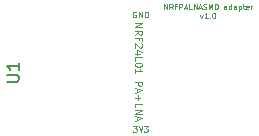
<source format=gto>
G04 #@! TF.FileFunction,Legend,Top*
%FSLAX46Y46*%
G04 Gerber Fmt 4.6, Leading zero omitted, Abs format (unit mm)*
G04 Created by KiCad (PCBNEW 4.0.6) date Thursday 27 July 2017 'à' 22:23:48*
%MOMM*%
%LPD*%
G01*
G04 APERTURE LIST*
%ADD10C,0.100000*%
%ADD11C,0.125000*%
%ADD12C,0.150000*%
G04 APERTURE END LIST*
D10*
X123282143Y-68816071D02*
X123282143Y-68366071D01*
X123539286Y-68816071D01*
X123539286Y-68366071D01*
X124010715Y-68816071D02*
X123860715Y-68601786D01*
X123753572Y-68816071D02*
X123753572Y-68366071D01*
X123925000Y-68366071D01*
X123967858Y-68387500D01*
X123989286Y-68408929D01*
X124010715Y-68451786D01*
X124010715Y-68516071D01*
X123989286Y-68558929D01*
X123967858Y-68580357D01*
X123925000Y-68601786D01*
X123753572Y-68601786D01*
X124353572Y-68580357D02*
X124203572Y-68580357D01*
X124203572Y-68816071D02*
X124203572Y-68366071D01*
X124417858Y-68366071D01*
X124589286Y-68816071D02*
X124589286Y-68366071D01*
X124760714Y-68366071D01*
X124803572Y-68387500D01*
X124825000Y-68408929D01*
X124846429Y-68451786D01*
X124846429Y-68516071D01*
X124825000Y-68558929D01*
X124803572Y-68580357D01*
X124760714Y-68601786D01*
X124589286Y-68601786D01*
X125017857Y-68687500D02*
X125232143Y-68687500D01*
X124975000Y-68816071D02*
X125125000Y-68366071D01*
X125275000Y-68816071D01*
X125639286Y-68816071D02*
X125425000Y-68816071D01*
X125425000Y-68366071D01*
X125789286Y-68816071D02*
X125789286Y-68366071D01*
X126046429Y-68816071D01*
X126046429Y-68366071D01*
X126239286Y-68687500D02*
X126453572Y-68687500D01*
X126196429Y-68816071D02*
X126346429Y-68366071D01*
X126496429Y-68816071D01*
X126625000Y-68794643D02*
X126689286Y-68816071D01*
X126796429Y-68816071D01*
X126839286Y-68794643D01*
X126860715Y-68773214D01*
X126882143Y-68730357D01*
X126882143Y-68687500D01*
X126860715Y-68644643D01*
X126839286Y-68623214D01*
X126796429Y-68601786D01*
X126710715Y-68580357D01*
X126667857Y-68558929D01*
X126646429Y-68537500D01*
X126625000Y-68494643D01*
X126625000Y-68451786D01*
X126646429Y-68408929D01*
X126667857Y-68387500D01*
X126710715Y-68366071D01*
X126817857Y-68366071D01*
X126882143Y-68387500D01*
X127075000Y-68816071D02*
X127075000Y-68366071D01*
X127225000Y-68687500D01*
X127375000Y-68366071D01*
X127375000Y-68816071D01*
X127589286Y-68816071D02*
X127589286Y-68366071D01*
X127696429Y-68366071D01*
X127760714Y-68387500D01*
X127803572Y-68430357D01*
X127825000Y-68473214D01*
X127846429Y-68558929D01*
X127846429Y-68623214D01*
X127825000Y-68708929D01*
X127803572Y-68751786D01*
X127760714Y-68794643D01*
X127696429Y-68816071D01*
X127589286Y-68816071D01*
X128575000Y-68816071D02*
X128575000Y-68580357D01*
X128553571Y-68537500D01*
X128510714Y-68516071D01*
X128425000Y-68516071D01*
X128382143Y-68537500D01*
X128575000Y-68794643D02*
X128532143Y-68816071D01*
X128425000Y-68816071D01*
X128382143Y-68794643D01*
X128360714Y-68751786D01*
X128360714Y-68708929D01*
X128382143Y-68666071D01*
X128425000Y-68644643D01*
X128532143Y-68644643D01*
X128575000Y-68623214D01*
X128982143Y-68816071D02*
X128982143Y-68366071D01*
X128982143Y-68794643D02*
X128939286Y-68816071D01*
X128853572Y-68816071D01*
X128810714Y-68794643D01*
X128789286Y-68773214D01*
X128767857Y-68730357D01*
X128767857Y-68601786D01*
X128789286Y-68558929D01*
X128810714Y-68537500D01*
X128853572Y-68516071D01*
X128939286Y-68516071D01*
X128982143Y-68537500D01*
X129389286Y-68816071D02*
X129389286Y-68580357D01*
X129367857Y-68537500D01*
X129325000Y-68516071D01*
X129239286Y-68516071D01*
X129196429Y-68537500D01*
X129389286Y-68794643D02*
X129346429Y-68816071D01*
X129239286Y-68816071D01*
X129196429Y-68794643D01*
X129175000Y-68751786D01*
X129175000Y-68708929D01*
X129196429Y-68666071D01*
X129239286Y-68644643D01*
X129346429Y-68644643D01*
X129389286Y-68623214D01*
X129603572Y-68516071D02*
X129603572Y-68966071D01*
X129603572Y-68537500D02*
X129646429Y-68516071D01*
X129732143Y-68516071D01*
X129775000Y-68537500D01*
X129796429Y-68558929D01*
X129817858Y-68601786D01*
X129817858Y-68730357D01*
X129796429Y-68773214D01*
X129775000Y-68794643D01*
X129732143Y-68816071D01*
X129646429Y-68816071D01*
X129603572Y-68794643D01*
X129946429Y-68516071D02*
X130117858Y-68516071D01*
X130010715Y-68366071D02*
X130010715Y-68751786D01*
X130032143Y-68794643D01*
X130075001Y-68816071D01*
X130117858Y-68816071D01*
X130439286Y-68794643D02*
X130396429Y-68816071D01*
X130310715Y-68816071D01*
X130267858Y-68794643D01*
X130246429Y-68751786D01*
X130246429Y-68580357D01*
X130267858Y-68537500D01*
X130310715Y-68516071D01*
X130396429Y-68516071D01*
X130439286Y-68537500D01*
X130460715Y-68580357D01*
X130460715Y-68623214D01*
X130246429Y-68666071D01*
X130653572Y-68816071D02*
X130653572Y-68516071D01*
X130653572Y-68601786D02*
X130675000Y-68558929D01*
X130696429Y-68537500D01*
X130739286Y-68516071D01*
X130782143Y-68516071D01*
X126357144Y-69291071D02*
X126464287Y-69591071D01*
X126571429Y-69291071D01*
X126978572Y-69591071D02*
X126721429Y-69591071D01*
X126850001Y-69591071D02*
X126850001Y-69141071D01*
X126807144Y-69205357D01*
X126764286Y-69248214D01*
X126721429Y-69269643D01*
X127171429Y-69548214D02*
X127192857Y-69569643D01*
X127171429Y-69591071D01*
X127150000Y-69569643D01*
X127171429Y-69548214D01*
X127171429Y-69591071D01*
X127471429Y-69141071D02*
X127514286Y-69141071D01*
X127557143Y-69162500D01*
X127578572Y-69183929D01*
X127600001Y-69226786D01*
X127621429Y-69312500D01*
X127621429Y-69419643D01*
X127600001Y-69505357D01*
X127578572Y-69548214D01*
X127557143Y-69569643D01*
X127514286Y-69591071D01*
X127471429Y-69591071D01*
X127428572Y-69569643D01*
X127407143Y-69548214D01*
X127385715Y-69505357D01*
X127364286Y-69419643D01*
X127364286Y-69312500D01*
X127385715Y-69226786D01*
X127407143Y-69183929D01*
X127428572Y-69162500D01*
X127471429Y-69141071D01*
X120828571Y-70014285D02*
X121428571Y-70014285D01*
X120828571Y-70357142D01*
X121428571Y-70357142D01*
X120828571Y-70985713D02*
X121114286Y-70785713D01*
X120828571Y-70642856D02*
X121428571Y-70642856D01*
X121428571Y-70871428D01*
X121400000Y-70928570D01*
X121371429Y-70957142D01*
X121314286Y-70985713D01*
X121228571Y-70985713D01*
X121171429Y-70957142D01*
X121142857Y-70928570D01*
X121114286Y-70871428D01*
X121114286Y-70642856D01*
X121142857Y-71442856D02*
X121142857Y-71242856D01*
X120828571Y-71242856D02*
X121428571Y-71242856D01*
X121428571Y-71528570D01*
X121371429Y-71728571D02*
X121400000Y-71757142D01*
X121428571Y-71814285D01*
X121428571Y-71957142D01*
X121400000Y-72014285D01*
X121371429Y-72042856D01*
X121314286Y-72071428D01*
X121257143Y-72071428D01*
X121171429Y-72042856D01*
X120828571Y-71699999D01*
X120828571Y-72071428D01*
X121228571Y-72585714D02*
X120828571Y-72585714D01*
X121457143Y-72442857D02*
X121028571Y-72300000D01*
X121028571Y-72671428D01*
X120828571Y-73185714D02*
X120828571Y-72900000D01*
X121428571Y-72900000D01*
X121428571Y-73500000D02*
X121428571Y-73557143D01*
X121400000Y-73614286D01*
X121371429Y-73642857D01*
X121314286Y-73671428D01*
X121200000Y-73700000D01*
X121057143Y-73700000D01*
X120942857Y-73671428D01*
X120885714Y-73642857D01*
X120857143Y-73614286D01*
X120828571Y-73557143D01*
X120828571Y-73500000D01*
X120857143Y-73442857D01*
X120885714Y-73414286D01*
X120942857Y-73385714D01*
X121057143Y-73357143D01*
X121200000Y-73357143D01*
X121314286Y-73385714D01*
X121371429Y-73414286D01*
X121400000Y-73442857D01*
X121428571Y-73500000D01*
X120828571Y-74271429D02*
X120828571Y-73928572D01*
X120828571Y-74100000D02*
X121428571Y-74100000D01*
X121342857Y-74042857D01*
X121285714Y-73985715D01*
X121257143Y-73928572D01*
X120828571Y-74985715D02*
X121428571Y-74985715D01*
X121428571Y-75214287D01*
X121400000Y-75271429D01*
X121371429Y-75300001D01*
X121314286Y-75328572D01*
X121228571Y-75328572D01*
X121171429Y-75300001D01*
X121142857Y-75271429D01*
X121114286Y-75214287D01*
X121114286Y-74985715D01*
X121000000Y-75557144D02*
X121000000Y-75842858D01*
X120828571Y-75500001D02*
X121428571Y-75700001D01*
X120828571Y-75900001D01*
X121057143Y-76100001D02*
X121057143Y-76557144D01*
X120828571Y-76328573D02*
X121285714Y-76328573D01*
X120828571Y-77128572D02*
X120828571Y-76842858D01*
X121428571Y-76842858D01*
X120828571Y-77328572D02*
X121428571Y-77328572D01*
X120828571Y-77671429D01*
X121428571Y-77671429D01*
X121000000Y-77928572D02*
X121000000Y-78214286D01*
X120828571Y-77871429D02*
X121428571Y-78071429D01*
X120828571Y-78271429D01*
D11*
X120919047Y-69050000D02*
X120871428Y-69026190D01*
X120800000Y-69026190D01*
X120728571Y-69050000D01*
X120680952Y-69097619D01*
X120657143Y-69145238D01*
X120633333Y-69240476D01*
X120633333Y-69311905D01*
X120657143Y-69407143D01*
X120680952Y-69454762D01*
X120728571Y-69502381D01*
X120800000Y-69526190D01*
X120847619Y-69526190D01*
X120919047Y-69502381D01*
X120942857Y-69478571D01*
X120942857Y-69311905D01*
X120847619Y-69311905D01*
X121157143Y-69526190D02*
X121157143Y-69026190D01*
X121442857Y-69526190D01*
X121442857Y-69026190D01*
X121680953Y-69526190D02*
X121680953Y-69026190D01*
X121800000Y-69026190D01*
X121871429Y-69050000D01*
X121919048Y-69097619D01*
X121942857Y-69145238D01*
X121966667Y-69240476D01*
X121966667Y-69311905D01*
X121942857Y-69407143D01*
X121919048Y-69454762D01*
X121871429Y-69502381D01*
X121800000Y-69526190D01*
X121680953Y-69526190D01*
X120680954Y-78726190D02*
X120990477Y-78726190D01*
X120823811Y-78916667D01*
X120895239Y-78916667D01*
X120942858Y-78940476D01*
X120966668Y-78964286D01*
X120990477Y-79011905D01*
X120990477Y-79130952D01*
X120966668Y-79178571D01*
X120942858Y-79202381D01*
X120895239Y-79226190D01*
X120752382Y-79226190D01*
X120704763Y-79202381D01*
X120680954Y-79178571D01*
X121133334Y-78726190D02*
X121300001Y-79226190D01*
X121466667Y-78726190D01*
X121585715Y-78726190D02*
X121895238Y-78726190D01*
X121728572Y-78916667D01*
X121800000Y-78916667D01*
X121847619Y-78940476D01*
X121871429Y-78964286D01*
X121895238Y-79011905D01*
X121895238Y-79130952D01*
X121871429Y-79178571D01*
X121847619Y-79202381D01*
X121800000Y-79226190D01*
X121657143Y-79226190D01*
X121609524Y-79202381D01*
X121585715Y-79178571D01*
D12*
X110002381Y-74961905D02*
X110811905Y-74961905D01*
X110907143Y-74914286D01*
X110954762Y-74866667D01*
X111002381Y-74771429D01*
X111002381Y-74580952D01*
X110954762Y-74485714D01*
X110907143Y-74438095D01*
X110811905Y-74390476D01*
X110002381Y-74390476D01*
X111002381Y-73390476D02*
X111002381Y-73961905D01*
X111002381Y-73676191D02*
X110002381Y-73676191D01*
X110145238Y-73771429D01*
X110240476Y-73866667D01*
X110288095Y-73961905D01*
M02*

</source>
